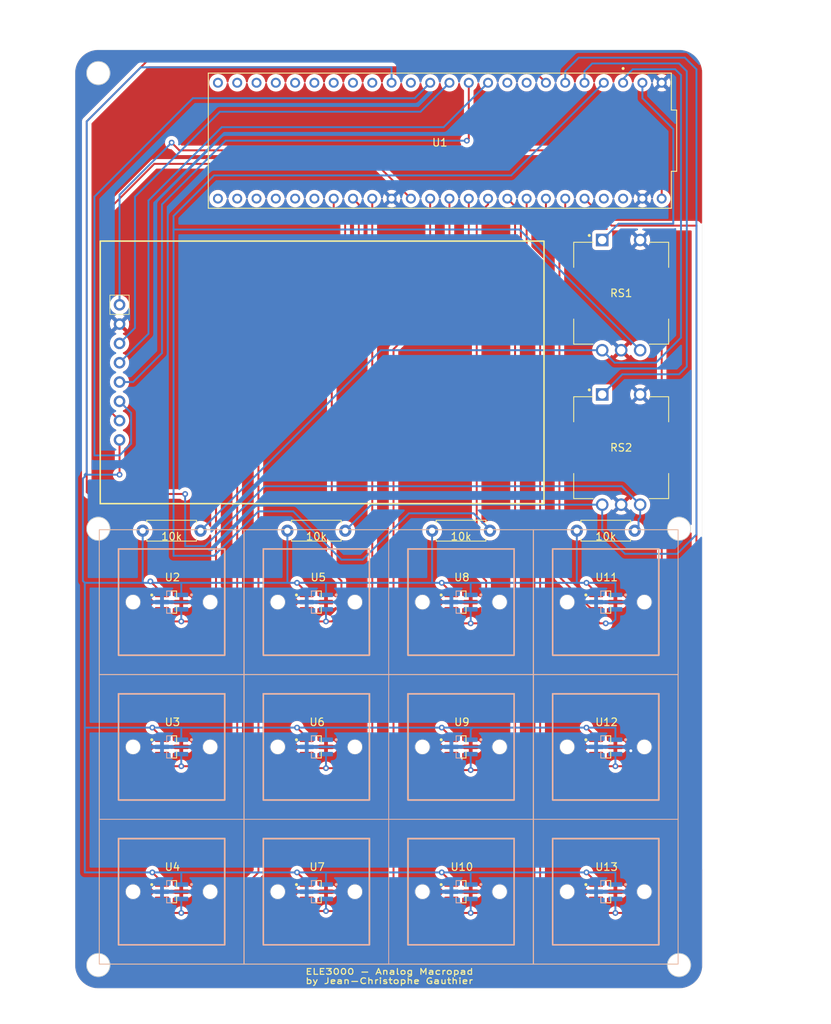
<source format=kicad_pcb>
(kicad_pcb (version 20221018) (generator pcbnew)
  (title_block (title "analog macropad") (rev "v01"))
  (layers (0 "F.Cu" signal) (31 "B.Cu" signal) (34 "B.Paste" user) (35 "F.Paste" user) (36 "B.SilkS" user "B.Silkscreen") (37 "F.SilkS" user "F.Silkscreen") (38 "B.Mask" user) (39 "F.Mask" user) (44 "Edge.Cuts" user))
  (net 0 "")
  (net 1 "CLK1")
  (net 2 "3.3V")
  (net 3 "CLK2")
  (net 4 "DT1")
  (net 5 "DT2")
  (net 6 "GND")
  (net 7 "SW1")
  (net 8 "SW2")
  (net 9 "5V")
  (net 12 "RST")
  (net 13 "DC")
  (net 14 "CS")
  (net 17 "SCK")
  (net 18 "A0")
  (net 19 "A1")
  (net 20 "A2")
  (net 21 "A3")
  (net 22 "A4")
  (net 23 "A5")
  (net 24 "A6")
  (net 25 "A7")
  (net 26 "A8")
  (net 29 "SDA")
  (net 43 "A15")
  (net 44 "A16")
  (net 45 "A17")
  (footprint "analog-macropad:rotary encoder" (layer "F.Cu") (at 170.18 64.008)
    (fp_text reference "RS1")
    (fp_text value "~")
  )
  (footprint "Resistor_THT:R_Axial_DIN0207_L6.3mm_D2.5mm_P7.62mm_Horizontal" (layer "F.Cu") (at 152.908 95.25 180)
    (fp_text reference "10k")
    (fp_text value "10k")
  )
  (footprint "analog-macropad:hall sensor" (layer "F.Cu") (at 149.098 104.648)
    (fp_text reference "U8")
    (fp_text value "hall-effect sensor")
    (fp_circle (center -5.08 0) (end -4.9022 -0.9398) (stroke (width 0.05)) (fill none) (layer "Edge.Cuts"))
    (fp_circle (center 5.08 0) (end 5.2578 -0.9398) (stroke (width 0.05)) (fill none) (layer "Edge.Cuts"))
  )
  (footprint "analog-macropad:hall sensor" (layer "F.Cu") (at 168.148 142.748)
    (fp_text reference "U13")
    (fp_text value "hall-effect sensor")
    (fp_circle (center -5.08 0) (end -4.9022 -0.9398) (stroke (width 0.05)) (fill none) (layer "Edge.Cuts"))
    (fp_circle (center 5.08 0) (end 5.2578 -0.9398) (stroke (width 0.05)) (fill none) (layer "Edge.Cuts"))
  )
  (footprint "analog-macropad:hall sensor" (layer "F.Cu") (at 130.048 142.748)
    (fp_text reference "U7")
    (fp_text value "hall-effect sensor")
    (fp_circle (center -5.08 0) (end -4.9022 -0.9398) (stroke (width 0.05)) (fill none) (layer "Edge.Cuts"))
    (fp_circle (center 5.08 0) (end 5.2578 -0.9398) (stroke (width 0.05)) (fill none) (layer "Edge.Cuts"))
  )
  (footprint "analog-macropad:rotary encoder" (layer "F.Cu") (at 170.18 84.328)
    (fp_text reference "RS2")
    (fp_text value "~")
  )
  (footprint "analog-macropad:hall sensor" (layer "F.Cu") (at 110.998 123.698)
    (fp_text reference "U3")
    (fp_text value "hall-effect sensor")
    (fp_circle (center -5.08 0) (end -4.9022 -0.9398) (stroke (width 0.05)) (fill none) (layer "Edge.Cuts"))
    (fp_circle (center 5.08 0) (end 5.2578 -0.9398) (stroke (width 0.05)) (fill none) (layer "Edge.Cuts"))
  )
  (footprint "analog-macropad:hall sensor" (layer "F.Cu") (at 149.098 142.748)
    (fp_text reference "U10")
    (fp_text value "hall-effect sensor")
    (fp_circle (center -5.08 0) (end -4.9022 -0.9398) (stroke (width 0.05)) (fill none) (layer "Edge.Cuts"))
    (fp_circle (center 5.08 0) (end 5.2578 -0.9398) (stroke (width 0.05)) (fill none) (layer "Edge.Cuts"))
  )
  (footprint "analog-macropad:hall sensor" (layer "F.Cu") (at 149.098 123.698)
    (fp_text reference "U9")
    (fp_text value "hall-effect sensor")
    (fp_circle (center -5.08 0) (end -4.9022 -0.9398) (stroke (width 0.05)) (fill none) (layer "Edge.Cuts"))
    (fp_circle (center 5.08 0) (end 5.2578 -0.9398) (stroke (width 0.05)) (fill none) (layer "Edge.Cuts"))
  )
  (footprint "analog-macropad:Teensy 4.1" (layer "F.Cu") (at 146.304 43.942 180)
    (fp_text reference "U1")
    (fp_text value "Teensy 4.1")
  )
  (footprint "Resistor_THT:R_Axial_DIN0207_L6.3mm_D2.5mm_P7.62mm_Horizontal" (layer "F.Cu") (at 114.808 95.25 180)
    (fp_text reference "10k")
    (fp_text value "10k")
  )
  (footprint "analog-macropad:hall sensor" (layer "F.Cu") (at 168.148 123.698)
    (fp_text reference "U12")
    (fp_text value "hall-effect sensor")
    (fp_circle (center -5.08 0) (end -4.9022 -0.9398) (stroke (width 0.05)) (fill none) (layer "Edge.Cuts"))
    (fp_circle (center 5.08 0) (end 5.2578 -0.9398) (stroke (width 0.05)) (fill none) (layer "Edge.Cuts"))
  )
  (footprint "analog-macropad:ST7735" (layer "F.Cu") (at 132.08 74.422)
    (fp_text reference "U14" hide)
    (fp_text value "~")
  )
  (footprint "Resistor_THT:R_Axial_DIN0207_L6.3mm_D2.5mm_P7.62mm_Horizontal" (layer "F.Cu") (at 133.858 95.25 180)
    (fp_text reference "10k")
    (fp_text value "10k")
  )
  (footprint "analog-macropad:hall sensor" (layer "F.Cu") (at 110.999 104.648)
    (fp_text reference "U2")
    (fp_text value "hall-effect sensor")
    (fp_circle (center -5.08 0) (end -4.9022 -0.9398) (stroke (width 0.05)) (fill none) (layer "Edge.Cuts"))
    (fp_circle (center 5.08 0) (end 5.2578 -0.9398) (stroke (width 0.05)) (fill none) (layer "Edge.Cuts"))
  )
  (footprint "analog-macropad:hall sensor" (layer "F.Cu") (at 110.998 142.748)
    (fp_text reference "U4")
    (fp_text value "hall-effect sensor")
    (fp_circle (center -5.08 0) (end -4.9022 -0.9398) (stroke (width 0.05)) (fill none) (layer "Edge.Cuts"))
    (fp_circle (center 5.08 0) (end 5.2578 -0.9398) (stroke (width 0.05)) (fill none) (layer "Edge.Cuts"))
  )
  (footprint "analog-macropad:hall sensor" (layer "F.Cu") (at 130.048 123.698)
    (fp_text reference "U6")
    (fp_text value "hall-effect sensor")
    (fp_circle (center -5.08 0) (end -4.9022 -0.9398) (stroke (width 0.05)) (fill none) (layer "Edge.Cuts"))
    (fp_circle (center 5.08 0) (end 5.2578 -0.9398) (stroke (width 0.05)) (fill none) (layer "Edge.Cuts"))
  )
  (footprint "Resistor_THT:R_Axial_DIN0207_L6.3mm_D2.5mm_P7.62mm_Horizontal" (layer "F.Cu") (at 171.958 95.25 180)
    (fp_text reference "10k")
    (fp_text value "10k")
  )
  (footprint "analog-macropad:hall sensor" (layer "F.Cu") (at 168.148 104.648)
    (fp_text reference "U11")
    (fp_text value "hall-effect sensor")
    (fp_circle (center -5.08 0) (end -4.9022 -0.9398) (stroke (width 0.05)) (fill none) (layer "Edge.Cuts"))
    (fp_circle (center 5.08 0) (end 5.2578 -0.9398) (stroke (width 0.05)) (fill none) (layer "Edge.Cuts"))
  )
  (footprint "analog-macropad:hall sensor" (layer "F.Cu") (at 130.048 104.648)
    (fp_text reference "U5")
    (fp_text value "hall-effect sensor")
    (fp_circle (center -5.08 0) (end -4.9022 -0.9398) (stroke (width 0.05)) (fill none) (layer "Edge.Cuts"))
    (fp_circle (center 5.08 0) (end 5.2578 -0.9398) (stroke (width 0.05)) (fill none) (layer "Edge.Cuts"))
  )
  (gr_line (start 101.346 155.448) (end 177.8 155.448) (stroke (width 0.0254)) (layer "Edge.Cuts"))
  (gr_circle (center 101.346 35.052) (end 101.346 33.528) (stroke (width 0.1)) (fill none) (layer "Edge.Cuts"))
  (gr_arc (start 101.346 155.448) (mid 99.190738 154.555262) (end 98.298 152.4) (stroke (width 0.0254)) (layer "Edge.Cuts"))
  (gr_line (start 101.346 32.004) (end 177.799999 32.004001) (stroke (width 0.0254)) (layer "Edge.Cuts"))
  (gr_circle (center 177.8 94.996) (end 177.8 93.472) (stroke (width 0.1)) (fill none) (layer "Edge.Cuts"))
  (gr_circle (center 177.8 152.4) (end 177.8 150.876) (stroke (width 0.1)) (fill none) (layer "Edge.Cuts"))
  (gr_circle (center 101.346 94.996) (end 101.346 93.472) (stroke (width 0.1)) (fill none) (layer "Edge.Cuts"))
  (gr_arc (start 180.848 152.4) (mid 179.955262 154.555262) (end 177.8 155.448) (stroke (width 0.0254)) (layer "Edge.Cuts"))
  (gr_line (start 180.848 152.4) (end 180.847999 35.052001) (stroke (width 0.0254)) (layer "Edge.Cuts"))
  (gr_arc (start 98.298 35.052) (mid 99.190738 32.896738) (end 101.346 32.004) (stroke (width 0.0254)) (layer "Edge.Cuts"))
  (gr_circle (center 101.346 152.4) (end 101.346 150.876) (stroke (width 0.1)) (fill none) (layer "Edge.Cuts"))
  (gr_line (start 98.298 35.052) (end 98.298 152.4) (stroke (width 0.0254)) (layer "Edge.Cuts"))
  (gr_arc (start 177.799999 32.004001) (mid 179.955261 32.896739) (end 180.847999 35.052001) (stroke (width 0.0254)) (layer "Edge.Cuts"))
  (gr_text "V01" (at 151.13 154.94) (layer "F.Cu") (effects (font (size 1.5 1.5) (thickness 0.3) bold) (justify left bottom)))
  (gr_text "ELE3000 - Analog Macropad\nby Jean-Christophe Gauthier" (at 128.524 154.94) (layer "F.SilkS") (effects (font (size 0.762 1)) (justify left bottom)))
  (segment (start 167.68 71.508) (end 138.55 71.508) (width 0.254) (layer "B.Cu") (net 1))
  (segment (start 178.054 69.85) (end 178.054 35.306) (width 0.254) (layer "B.Cu") (net 1))
  (segment (start 170.434 35.814) (end 170.434 36.322) (width 0.254) (layer "B.Cu") (net 1))
  (segment (start 178.054 35.306) (end 177.292 34.544) (width 0.254) (layer "B.Cu") (net 1))
  (segment (start 171.704 34.544) (end 170.434 35.814) (width 0.254) (layer "B.Cu") (net 1))
  (segment (start 174.752 73.152) (end 178.054 69.85) (width 0.254) (layer "B.Cu") (net 1))
  (segment (start 138.55 71.508) (end 114.808 95.25) (width 0.254) (layer "B.Cu") (net 1))
  (segment (start 169.324 73.152) (end 174.752 73.152) (width 0.254) (layer "B.Cu") (net 1))
  (segment (start 177.292 34.544) (end 171.704 34.544) (width 0.254) (layer "B.Cu") (net 1))
  (segment (start 167.68 71.508) (end 169.324 73.152) (width 0.254) (layer "B.Cu") (net 1))
  (segment (start 129.033 141.733) (end 127.508 140.208) (width 0.254) (layer "F.Cu") (net 2))
  (segment (start 129.033 103.698) (end 129.033 103.633) (width 0.254) (layer "F.Cu") (net 2))
  (segment (start 148.083 141.798) (end 148.083 141.733) (width 0.254) (layer "F.Cu") (net 2))
  (segment (start 148.083 122.748) (end 148.083 122.683) (width 0.254) (layer "F.Cu") (net 2))
  (segment (start 109.983 141.733) (end 108.458 140.208) (width 0.254) (layer "F.Cu") (net 2))
  (segment (start 109.983 141.798) (end 109.983 141.733) (width 0.254) (layer "F.Cu") (net 2))
  (segment (start 166.8783 141.798) (end 166.8783 141.4783) (width 0.254) (layer "F.Cu") (net 2))
  (segment (start 129.033 103.633) (end 127.508 102.108) (width 0.254) (layer "F.Cu") (net 2))
  (segment (start 109.983 122.683) (end 108.458 121.158) (width 0.254) (layer "F.Cu") (net 2))
  (segment (start 148.083 122.683) (end 146.558 121.158) (width 0.254) (layer "F.Cu") (net 2))
  (segment (start 166.8783 141.4783) (end 165.608 140.208) (width 0.254) (layer "F.Cu") (net 2))
  (segment (start 104.14 83.312) (end 104.14 87.884) (width 0.254) (layer "F.Cu") (net 2))
  (segment (start 109.984 103.698) (end 108.204 101.918) (width 0.254) (layer "F.Cu") (net 2))
  (segment (start 166.8783 103.698) (end 166.8783 103.3783) (width 0.254) (layer "F.Cu") (net 2))
  (segment (start 129.033 122.748) (end 129.033 122.683) (width 0.254) (layer "F.Cu") (net 2))
  (segment (start 166.8783 103.3783) (end 165.608 102.108) (width 0.254) (layer "F.Cu") (net 2))
  (segment (start 109.983 122.748) (end 109.983 122.683) (width 0.254) (layer "F.Cu") (net 2))
  (segment (start 148.083 103.698) (end 148.083 103.633) (width 0.254) (layer "F.Cu") (net 2))
  (segment (start 148.083 141.733) (end 146.558 140.208) (width 0.254) (layer "F.Cu") (net 2))
  (segment (start 129.033 122.683) (end 127.508 121.158) (width 0.254) (layer "F.Cu") (net 2))
  (segment (start 108.204 101.854) (end 108.204 101.918) (width 0.254) (layer "F.Cu") (net 2))
  (segment (start 166.8783 122.748) (end 166.8783 122.4283) (width 0.254) (layer "F.Cu") (net 2))
  (segment (start 104.14 83.312) (end 103.886 83.312) (width 0.254) (layer "F.Cu") (net 2))
  (segment (start 129.033 141.798) (end 129.033 141.733) (width 0.254) (layer "F.Cu") (net 2))
  (segment (start 148.083 103.633) (end 146.558 102.108) (width 0.254) (layer "F.Cu") (net 2))
  (segment (start 166.8783 122.4283) (end 165.608 121.158) (width 0.254) (layer "F.Cu") (net 2))
  (via (at 146.558 102.108) (size 0.762) (drill 0.381) (layers "F.Cu" "B.Cu") (net 2))
  (via (at 104.14 87.884) (size 0.762) (drill 0.381) (layers "F.Cu" "B.Cu") (net 2))
  (via (at 146.558 140.208) (size 0.762) (drill 0.381) (layers "F.Cu" "B.Cu") (net 2))
  (via (at 165.608 102.108) (size 0.762) (drill 0.381) (layers "F.Cu" "B.Cu") (net 2))
  (via (at 165.608 140.208) (size 0.762) (drill 0.381) (layers "F.Cu" "B.Cu") (net 2))
  (via (at 108.458 140.208) (size 0.762) (drill 0.381) (layers "F.Cu" "B.Cu") (net 2))
  (via (at 127.508 121.158) (size 0.762) (drill 0.381) (layers "F.Cu" "B.Cu") (net 2))
  (via (at 108.458 121.158) (size 0.762) (drill 0.381) (layers "F.Cu" "B.Cu") (net 2))
  (via (at 146.558 121.158) (size 0.762) (drill 0.381) (layers "F.Cu" "B.Cu") (net 2))
  (via (at 108.204 101.918) (size 0.762) (drill 0.381) (layers "F.Cu" "B.Cu") (net 2))
  (via (at 165.608 121.158) (size 0.762) (drill 0.381) (layers "F.Cu" "B.Cu") (net 2))
  (via (at 127.508 102.108) (size 0.762) (drill 0.381) (layers "F.Cu" "B.Cu") (net 2))
  (via (at 127.508 140.208) (size 0.762) (drill 0.381) (layers "F.Cu" "B.Cu") (net 2))
  (segment (start 112.2692 103.698) (end 112.2692 102.1092) (width 0.254) (layer "B.Cu") (net 2))
  (segment (start 169.418 102.108) (end 165.608 102.108) (width 0.254) (layer "B.Cu") (net 2))
  (segment (start 112.2682 122.748) (end 112.2682 121.1582) (width 0.254) (layer "B.Cu") (net 2))
  (segment (start 107.188 95.25) (end 107.188 102.108) (width 0.254) (layer "B.Cu") (net 2))
  (segment (start 150.368 140.208) (end 131.318 140.208) (width 0.254) (layer "B.Cu") (net 2))
  (segment (start 99.822 41.402) (end 99.822 87.63) (width 0.254) (layer "B.Cu") (net 2))
  (segment (start 150.368 102.108) (end 145.288 102.108) (width 0.254) (layer "B.Cu") (net 2))
  (segment (start 165.608 140.208) (end 150.368 140.208) (width 0.254) (layer "B.Cu") (net 2))
  (segment (start 112.268 102.108) (end 107.188 102.108) (width 0.254) (layer "B.Cu") (net 2))
  (segment (start 164.338 95.25) (end 164.338 102.108) (width 0.254) (layer "B.Cu") (net 2))
  (segment (start 106.934 34.29) (end 99.822 41.402) (width 0.254) (layer "B.Cu") (net 2))
  (segment (start 112.2682 140.2082) (end 112.268 140.208) (width 0.254) (layer "B.Cu") (net 2))
  (segment (start 108.458 121.158) (end 99.568 121.158) (width 0.254) (layer "B.Cu") (net 2))
  (segment (start 127.508 121.158) (end 131.318 121.158) (width 0.254) (layer "B.Cu") (net 2))
  (segment (start 169.4182 141.798) (end 169.4182 140.208) (width 0.254) (layer "B.Cu") (net 2))
  (segment (start 165.608 102.108) (end 164.338 102.108) (width 0.254) (layer "B.Cu") (net 2))
  (segment (start 126.238 102.108) (end 112.268 102.108) (width 0.254) (layer "B.Cu") (net 2))
  (segment (start 145.288 102.108) (end 131.318 102.108) (width 0.254) (layer "B.Cu") (net 2))
  (segment (start 112.2682 141.798) (end 112.2682 140.2082) (width 0.254) (layer "B.Cu") (net 2))
  (segment (start 99.568 102.362) (end 99.568 121.158) (width 0.254) (layer "B.Cu") (net 2))
  (segment (start 99.314 101.854) (end 99.568 102.108) (width 0.254) (layer "B.Cu") (net 2))
  (segment (start 126.238 95.25) (end 126.238 102.108) (width 0.254) (layer "B.Cu") (net 2))
  (segment (start 99.568 102.108) (end 99.568 102.362) (width 0.254) (layer "B.Cu") (net 2))
  (segment (start 169.4182 102.1082) (end 169.418 102.108) (width 0.254) (layer "B.Cu") (net 2))
  (segment (start 150.622 121.158) (end 165.608 121.158) (width 0.254) (layer "B.Cu") (net 2))
  (segment (start 164.338 102.108) (end 150.368 102.108) (width 0.254) (layer "B.Cu") (net 2))
  (segment (start 99.822 87.63) (end 99.568 87.884) (width 0.254) (layer "B.Cu") (net 2))
  (segment (start 131.318 140.208) (end 112.522 140.208) (width 0.254) (layer "B.Cu") (net 2))
  (segment (start 169.4182 122.748) (end 169.4182 121.1582) (width 0.254) (layer "B.Cu") (net 2))
  (segment (start 150.3682 103.698) (end 150.3682 102.1082) (width 0.254) (layer "B.Cu") (net 2))
  (segment (start 169.4182 140.208) (end 165.608 140.208) (width 0.254) (layer "B.Cu") (net 2))
  (segment (start 112.2682 121.1582) (end 112.268 121.158) (width 0.254) (layer "B.Cu") (net 2))
  (segment (start 112.522 140.208) (end 99.568 140.208) (width 0.254) (layer "B.Cu") (net 2))
  (segment (start 145.288 95.25) (end 145.288 102.108) (width 0.254) (layer "B.Cu") (net 2))
  (segment (start 131.318 121.158) (end 146.558 121.158) (width 0.254) (layer "B.Cu") (net 2))
  (segment (start 99.568 87.884) (end 99.568 88.138) (width 0.254) (layer "B.Cu") (net 2))
  (segment (start 131.3182 122.748) (end 131.3182 121.1582) (width 0.254) (layer "B.Cu") (net 2))
  (segment (start 131.3182 141.798) (end 131.3182 140.2082) (width 0.254) (layer "B.Cu") (net 2))
  (segment (start 131.318 102.108) (end 126.238 102.108) (width 0.254) (layer "B.Cu") (net 2))
  (segment (start 131.3182 121.1582) (end 131.318 121.158) (width 0.254) (layer "B.Cu") (net 2))
  (segment (start 150.3682 140.2082) (end 150.368 140.208) (width 0.254) (layer "B.Cu") (net 2))
  (segment (start 99.568 140.208) (end 99.568 121.158) (width 0.254) (layer "B.Cu") (net 2))
  (segment (start 139.954 36.322) (end 139.954 34.29) (width 0.254) (layer "B.Cu") (net 2))
  (segment (start 139.954 34.29) (end 106.934 34.29) (width 0.254) (layer "B.Cu") (net 2))
  (segment (start 131.3182 102.1082) (end 131.318 102.108) (width 0.254) (layer "B.Cu") (net 2))
  (segment (start 107.188 102.108) (end 99.568 102.108) (width 0.254) (layer "B.Cu") (net 2))
  (segment (start 112.2692 102.1092) (end 112.268 102.108) (width 0.254) (layer "B.Cu") (net 2))
  (segment (start 150.3682 121.4118) (end 150.622 121.158) (width 0.254) (layer "B.Cu") (net 2))
  (segment (start 169.4182 103.698) (end 169.4182 102.1082) (width 0.254) (layer "B.Cu") (net 2))
  (segment (start 131.3182 103.698) (end 131.3182 102.1082) (width 0.254) (layer "B.Cu") (net 2))
  (segment (start 150.3682 102.1082) (end 150.368 102.108) (width 0.254) (layer "B.Cu") (net 2))
  (segment (start 169.418 121.158) (end 165.608 121.158) (width 0.254) (layer "B.Cu") (net 2))
  (segment (start 146.558 121.158) (end 150.622 121.158) (width 0.254) (layer "B.Cu") (net 2))
  (segment (start 99.568 88.138) (end 99.314 88.392) (width 0.254) (layer "B.Cu") (net 2))
  (segment (start 131.3182 140.2082) (end 131.318 140.208) (width 0.254) (layer "B.Cu") (net 2))
  (segment (start 99.314 88.392) (end 99.314 101.854) (width 0.254) (layer "B.Cu") (net 2))
  (segment (start 112.268 121.158) (end 108.458 121.158) (width 0.254) (layer "B.Cu") (net 2))
  (segment (start 127.508 121.158) (end 112.268 121.158) (width 0.254) (layer "B.Cu") (net 2))
  (segment (start 169.4182 121.1582) (end 169.418 121.158) (width 0.254) (layer "B.Cu") (net 2))
  (segment (start 150.3682 141.798) (end 150.3682 140.2082) (width 0.254) (layer "B.Cu") (net 2))
  (segment (start 150.3682 122.748) (end 150.3682 121.4118) (width 0.254) (layer "B.Cu") (net 2))
  (segment (start 104.14 87.884) (end 99.568 87.884) (width 0.254) (layer "B.Cu") (net 2))
  (segment (start 162.814 34.798) (end 162.814 36.322) (width 0.254) (layer "B.Cu") (net 3))
  (segment (start 180.086 34.544) (end 178.562 33.02) (width 0.254) (layer "B.Cu") (net 3))
  (segment (start 137.28 91.828) (end 167.68 91.828) (width 0.254) (layer "B.Cu") (net 3))
  (segment (start 164.592 33.02) (end 162.814 34.798) (width 0.254) (layer "B.Cu") (net 3))
  (segment (start 180.086 95.758) (end 180.086 34.544) (width 0.254) (layer "B.Cu") (net 3))
  (segment (start 177.546 98.298) (end 180.086 95.758) (width 0.254) (layer "B.Cu") (net 3))
  (segment (start 167.68 95.21) (end 167.64 95.25) (width 0.254) (layer "B.Cu") (net 3))
  (segment (start 133.858 95.25) (end 137.28 91.828) (width 0.254) (layer "B.Cu") (net 3))
  (segment (start 167.68 91.828) (end 167.68 95.21) (width 0.254) (layer "B.Cu") (net 3))
  (segment (start 167.64 95.25) (end 170.688 98.298) (width 0.254) (layer "B.Cu") (net 3))
  (segment (start 178.562 33.02) (end 164.592 33.02) (width 0.254) (layer "B.Cu") (net 3))
  (segment (start 170.688 98.298) (end 177.546 98.298) (width 0.254) (layer "B.Cu") (net 3))
  (segment (start 156.798 55.626) (end 111.252 55.626) (width 0.254) (layer "B.Cu") (net 4))
  (segment (start 155.702 48.514) (end 167.894 36.322) (width 0.254) (layer "B.Cu") (net 4))
  (segment (start 111.252 53.848) (end 116.586 48.514) (width 0.254) (layer "B.Cu") (net 4))
  (segment (start 111.252 55.626) (end 111.252 98.552) (width 0.254) (layer "B.Cu") (net 4))
  (segment (start 127 92.71) (end 133.35 99.06) (width 0.254) (layer "B.Cu") (net 4))
  (segment (start 111.252 55.626) (end 111.252 53.848) (width 0.254) (layer "B.Cu") (net 4))
  (segment (start 152.908 95.123) (end 152.908 95.25) (width 0.254) (layer "B.Cu") (net 4))
  (segment (start 150.749 92.964) (end 152.908 95.123) (width 0.254) (layer "B.Cu") (net 4))
  (segment (start 142.24 92.964) (end 150.749 92.964) (width 0.254) (layer "B.Cu") (net 4))
  (segment (start 116.586 98.552) (end 122.428 92.71) (width 0.254) (layer "B.Cu") (net 4))
  (segment (start 133.35 99.06) (end 136.144 99.06) (width 0.254) (layer "B.Cu") (net 4))
  (segment (start 111.252 98.552) (end 116.586 98.552) (width 0.254) (layer "B.Cu") (net 4))
  (segment (start 136.144 99.06) (end 142.24 92.964) (width 0.254) (layer "B.Cu") (net 4))
  (segment (start 172.68 71.508) (end 156.798 55.626) (width 0.254) (layer "B.Cu") (net 4))
  (segment (start 116.586 48.514) (end 155.702 48.514) (width 0.254) (layer "B.Cu") (net 4))
  (segment (start 122.428 92.71) (end 127 92.71) (width 0.254) (layer "B.Cu") (net 4))
  (segment (start 112.776 90.424) (end 100.076 90.424) (width 0.254) (layer "F.Cu") (net 5))
  (segment (start 99.822 90.17) (end 99.822 41.402) (width 0.254) (layer "F.Cu") (net 5))
  (segment (start 107.696 33.528) (end 157.48 33.528) (width 0.254) (layer "F.Cu") (net 5))
  (segment (start 157.48 33.528) (end 160.274 36.322) (width 0.254) (layer "F.Cu") (net 5))
  (segment (start 100.076 90.424) (end 99.822 90.17) (width 0.254) (layer "F.Cu") (net 5))
  (segment (start 99.822 41.402) (end 107.696 33.528) (width 0.254) (layer "F.Cu") (net 5))
  (via (at 112.776 90.424) (size 0.762) (drill 0.381) (layers "F.Cu" "B.Cu") (net 5))
  (segment (start 123.259537 89.408) (end 115.385537 97.282) (width 0.254) (layer "B.Cu") (net 5))
  (segment (start 172.466 94.742) (end 172.466 93.726) (width 0.254) (layer "B.Cu") (net 5))
  (segment (start 171.958 95.25) (end 172.466 94.742) (width 0.254) (layer "B.Cu") (net 5))
  (segment (start 170.26 89.408) (end 123.259537 89.408) (width 0.254) (layer "B.Cu") (net 5))
  (segment (start 115.385537 97.282) (end 112.776 97.282) (width 0.254) (layer "B.Cu") (net 5))
  (segment (start 172.466 93.726) (end 172.68 93.512) (width 0.254) (layer "B.Cu") (net 5))
  (segment (start 172.68 93.512) (end 172.68 91.828) (width 0.254) (layer "B.Cu") (net 5))
  (segment (start 112.776 97.282) (end 112.776 90.424) (width 0.254) (layer "B.Cu") (net 5))
  (segment (start 172.68 91.828) (end 170.26 89.408) (width 0.254) (layer "B.Cu") (net 5))
  (segment (start 170.942 123.698) (end 171.45 124.206) (width 0.254) (layer "F.Cu") (net 6))
  (segment (start 169.4177 123.698) (end 170.942 123.698) (width 0.254) (layer "F.Cu") (net 6))
  (via (at 171.45 124.206) (size 0.762) (drill 0.381) (layers "F.Cu" "B.Cu") (net 6))
  (segment (start 169.672 128.27) (end 162.3068 128.27) (width 0.254) (layer "B.Cu") (net 6))
  (segment (start 162.3068 126.9992) (end 162.3068 128.27) (width 0.254) (layer "B.Cu") (net 6))
  (segment (start 171.45 124.206) (end 171.45 126.492) (width 0.254) (layer "B.Cu") (net 6))
  (segment (start 171.45 126.492) (end 169.672 128.27) (width 0.254) (layer "B.Cu") (net 6))
  (segment (start 162.3068 128.27) (end 147.828 128.27) (width 0.254) (layer "B.Cu") (net 6))
  (segment (start 147.828 128.27) (end 147.8288 128.2692) (width 0.254) (layer "B.Cu") (net 6))
  (segment (start 147.8288 128.2692) (end 147.8288 123.698) (width 0.254) (layer "B.Cu") (net 6))
  (segment (start 166.8788 123.698) (end 165.608 123.698) (width 0.254) (layer "B.Cu") (net 6))
  (segment (start 165.608 123.698) (end 162.3068 126.9992) (width 0.254) (layer "B.Cu") (net 6))
  (segment (start 172.974 38.354) (end 172.974 36.322) (width 0.254) (layer "B.Cu") (net 7))
  (segment (start 169.824 54.864) (end 177.038 54.864) (width 0.254) (layer "B.Cu") (net 7))
  (segment (start 177.038 54.864) (end 177.038 42.418) (width 0.254) (layer "B.Cu") (net 7))
  (segment (start 167.68 57.008) (end 169.824 54.864) (width 0.254) (layer "B.Cu") (net 7))
  (segment (start 177.038 42.418) (end 172.974 38.354) (width 0.254) (layer "B.Cu") (net 7))
  (segment (start 170.332 74.676) (end 177.8 74.676) (width 0.254) (layer "B.Cu") (net 8))
  (segment (start 178.816 73.66) (end 178.816 34.798) (width 0.254) (layer "B.Cu") (net 8))
  (segment (start 178.816 34.798) (end 177.8 33.782) (width 0.254) (layer "B.Cu") (net 8))
  (segment (start 177.8 74.676) (end 178.816 73.66) (width 0.254) (layer "B.Cu") (net 8))
  (segment (start 167.68 77.328) (end 167.822 77.47) (width 0.254) (layer "B.Cu") (net 8))
  (segment (start 166.37 33.782) (end 165.354 34.798) (width 0.254) (layer "B.Cu") (net 8))
  (segment (start 167.822 77.47) (end 167.894 77.47) (width 0.254) (layer "B.Cu") (net 8))
  (segment (start 177.8 33.782) (end 166.37 33.782) (width 0.254) (layer "B.Cu") (net 8))
  (segment (start 165.354 34.798) (end 165.354 36.322) (width 0.254) (layer "B.Cu") (net 8))
  (segment (start 167.68 77.328) (end 170.332 74.676) (width 0.254) (layer "B.Cu") (net 8))
  (segment (start 112.014 45.212) (end 172.974 45.212) (width 0.254) (layer "F.Cu") (net 9))
  (segment (start 175.514 47.752) (end 175.514 51.562) (width 0.254) (layer "F.Cu") (net 9))
  (segment (start 172.974 45.212) (end 175.514 47.752) (width 0.254) (layer "F.Cu") (net 9))
  (segment (start 110.998 44.196) (end 112.014 45.212) (width 0.254) (layer "F.Cu") (net 9))
  (via (at 110.998 44.196) (size 0.762) (drill 0.381) (layers "F.Cu" "B.Cu") (net 9))
  (segment (start 104.14 65.532) (end 104.14 51.054) (width 0.254) (layer "B.Cu") (net 9))
  (segment (start 104.14 51.054) (end 110.998 44.196) (width 0.254) (layer "B.Cu") (net 9))
  (segment (start 146.812 42.164) (end 117.602 42.164) (width 0.254) (layer "B.Cu") (net 12))
  (segment (start 117.602 42.164) (end 107.95 51.816) (width 0.254) (layer "B.Cu") (net 12))
  (segment (start 107.95 51.816) (end 107.95 69.342) (width 0.254) (layer "B.Cu") (net 12))
  (segment (start 152.654 36.322) (end 146.812 42.164) (width 0.254) (layer "B.Cu") (net 12))
  (segment (start 107.95 69.342) (end 104.14 73.152) (width 0.254) (layer "B.Cu") (net 12))
  (segment (start 150.114 36.322) (end 150.114 43.688) (width 0.254) (layer "F.Cu") (net 13))
  (segment (start 150.114 43.688) (end 149.86 43.942) (width 0.254) (layer "F.Cu") (net 13))
  (via (at 149.86 43.942) (size 0.762) (drill 0.381) (layers "F.Cu" "B.Cu") (net 13))
  (segment (start 109.728 52.324) (end 118.11 43.942) (width 0.254) (layer "B.Cu") (net 13))
  (segment (start 109.728 71.882) (end 109.728 52.324) (width 0.254) (layer "B.Cu") (net 13))
  (segment (start 105.918 75.692) (end 109.728 71.882) (width 0.254) (layer "B.Cu") (net 13))
  (segment (start 118.11 43.942) (end 149.86 43.942) (width 0.254) (layer "B.Cu") (net 13))
  (segment (start 104.14 75.692) (end 105.918 75.692) (width 0.254) (layer "B.Cu") (net 13))
  (segment (start 106.172 51.308) (end 117.348 40.132) (width 0.254) (layer "B.Cu") (net 14))
  (segment (start 117.348 40.132) (end 143.764 40.132) (width 0.254) (layer "B.Cu") (net 14))
  (segment (start 104.14 70.612) (end 106.172 68.58) (width 0.254) (layer "B.Cu") (net 14))
  (segment (start 106.172 68.58) (end 106.172 51.308) (width 0.254) (layer "B.Cu") (net 14))
  (segment (start 143.764 40.132) (end 147.574 36.322) (width 0.254) (layer "B.Cu") (net 14))
  (segment (start 108.712 46.99) (end 137.922 46.99) (width 0.254) (layer "F.Cu") (net 17))
  (segment (start 102.362 78.994) (end 102.362 53.34) (width 0.254) (layer "F.Cu") (net 17))
  (segment (start 104.14 80.772) (end 102.362 78.994) (width 0.254) (layer "F.Cu") (net 17))
  (segment (start 102.362 53.34) (end 108.712 46.99) (width 0.254) (layer "F.Cu") (net 17))
  (segment (start 137.922 46.99) (end 142.494 51.562) (width 0.254) (layer "F.Cu") (net 17))
  (segment (start 129.032 106.68) (end 129.032 105.599) (width 0.254) (layer "F.Cu") (net 18))
  (segment (start 132.08 107.188) (end 131.318 107.188) (width 0.254) (layer "F.Cu") (net 18))
  (segment (start 132.08 100.584) (end 133.35 101.854) (width 0.254) (layer "F.Cu") (net 18))
  (segment (start 129.54 107.188) (end 129.032 106.68) (width 0.254) (layer "F.Cu") (net 18))
  (segment (start 129.032 105.599) (end 129.033 105.598) (width 0.254) (layer "F.Cu") (net 18))
  (segment (start 145.034 59.944) (end 132.08 72.898) (width 0.254) (layer "F.Cu") (net 18))
  (segment (start 133.35 105.918) (end 132.08 107.188) (width 0.254) (layer "F.Cu") (net 18))
  (segment (start 145.034 51.562) (end 145.034 59.944) (width 0.254) (layer "F.Cu") (net 18))
  (segment (start 132.08 72.898) (end 132.08 100.584) (width 0.254) (layer "F.Cu") (net 18))
  (segment (start 133.35 101.854) (end 133.35 105.918) (width 0.254) (layer "F.Cu") (net 18))
  (segment (start 131.318 107.188) (end 129.54 107.188) (width 0.254) (layer "F.Cu") (net 18))
  (via (at 131.318 107.188) (size 0.762) (drill 0.381) (layers "F.Cu" "B.Cu") (net 18))
  (segment (start 131.3182 107.1878) (end 131.318 107.188) (width 0.254) (layer "B.Cu") (net 18))
  (segment (start 131.3182 105.598) (end 131.3182 107.1878) (width 0.254) (layer "B.Cu") (net 18))
  (segment (start 130.3355 126.492) (end 129.033 125.1895) (width 0.254) (layer "F.Cu") (net 19))
  (segment (start 135.382 126.492) (end 131.318 126.492) (width 0.254) (layer "F.Cu") (net 19))
  (segment (start 129.033 125.1895) (end 129.033 124.648) (width 0.254) (layer "F.Cu") (net 19))
  (segment (start 137.414 70.612) (end 137.414 124.46) (width 0.254) (layer "F.Cu") (net 19))
  (segment (start 147.574 60.452) (end 137.414 70.612) (width 0.254) (layer "F.Cu") (net 19))
  (segment (start 147.574 51.562) (end 147.574 60.452) (width 0.254) (layer "F.Cu") (net 19))
  (segment (start 137.414 124.46) (end 135.382 126.492) (width 0.254) (layer "F.Cu") (net 19))
  (segment (start 131.318 126.492) (end 130.3355 126.492) (width 0.254) (layer "F.Cu") (net 19))
  (via (at 131.318 126.492) (size 0.762) (drill 0.381) (layers "F.Cu" "B.Cu") (net 19))
  (segment (start 131.3182 124.648) (end 131.3182 126.4918) (width 0.254) (layer "B.Cu") (net 19))
  (segment (start 131.3182 126.4918) (end 131.318 126.492) (width 0.254) (layer "B.Cu") (net 19))
  (segment (start 140.208 71.374) (end 140.208 141.224) (width 0.254) (layer "F.Cu") (net 20))
  (segment (start 136.144 145.288) (end 131.318 145.288) (width 0.254) (layer "F.Cu") (net 20))
  (segment (start 129.033 144.273) (end 129.033 143.698) (width 0.254) (layer "F.Cu") (net 20))
  (segment (start 131.318 145.288) (end 130.048 145.288) (width 0.254) (layer "F.Cu") (net 20))
  (segment (start 130.048 145.288) (end 129.033 144.273) (width 0.254) (layer "F.Cu") (net 20))
  (segment (start 150.114 51.562) (end 150.114 61.468) (width 0.254) (layer "F.Cu") (net 20))
  (segment (start 150.114 61.468) (end 140.208 71.374) (width 0.254) (layer "F.Cu") (net 20))
  (segment (start 140.208 141.224) (end 136.144 145.288) (width 0.254) (layer "F.Cu") (net 20))
  (via (at 131.318 145.288) (size 0.762) (drill 0.381) (layers "F.Cu" "B.Cu") (net 20))
  (segment (start 131.3182 143.698) (end 131.3182 145.2878) (width 0.254) (layer "B.Cu") (net 20))
  (segment (start 131.3182 145.2878) (end 131.318 145.288) (width 0.254) (layer "B.Cu") (net 20))
  (segment (start 151.158807 100.612807) (end 152.4 101.854) (width 0.254) (layer "F.Cu") (net 21))
  (segment (start 152.4 101.854) (end 152.4 106.426) (width 0.254) (layer "F.Cu") (net 21))
  (segment (start 148.083 106.173) (end 148.083 105.598) (width 0.254) (layer "F.Cu") (net 21))
  (segment (start 152.654 52.324) (end 151.158807 53.819193) (width 0.254) (layer "F.Cu") (net 21))
  (segment (start 149.352 107.442) (end 148.083 106.173) (width 0.254) (layer "F.Cu") (net 21))
  (segment (start 152.4 106.426) (end 151.384 107.442) (width 0.254) (layer "F.Cu") (net 21))
  (segment (start 151.158807 53.819193) (end 151.158807 100.612807) (width 0.254) (layer "F.Cu") (net 21))
  (segment (start 152.654 51.562) (end 152.654 52.324) (width 0.254) (layer "F.Cu") (net 21))
  (segment (start 151.384 107.442) (end 150.368 107.442) (width 0.254) (layer "F.Cu") (net 21))
  (segment (start 150.368 107.442) (end 149.352 107.442) (width 0.254) (layer "F.Cu") (net 21))
  (via (at 150.368 107.442) (size 0.762) (drill 0.381) (layers "F.Cu" "B.Cu") (net 21))
  (segment (start 150.3682 105.598) (end 150.3682 107.4418) (width 0.254) (layer "B.Cu") (net 21))
  (segment (start 150.3682 107.4418) (end 150.368 107.442) (width 0.254) (layer "B.Cu") (net 21))
  (segment (start 154.178 126.746) (end 150.368 126.746) (width 0.254) (layer "F.Cu") (net 22))
  (segment (start 156.21 52.578) (end 156.21 124.714) (width 0.254) (layer "F.Cu") (net 22))
  (segment (start 156.21 124.714) (end 154.178 126.746) (width 0.254) (layer "F.Cu") (net 22))
  (segment (start 149.098 126.746) (end 148.657 126.305) (width 0.254) (layer "F.Cu") (net 22))
  (segment (start 148.657 125.222) (end 148.083 124.648) (width 0.254) (layer "F.Cu") (net 22))
  (segment (start 155.194 51.562) (end 156.21 52.578) (width 0.254) (layer "F.Cu") (net 22))
  (segment (start 148.657 126.305) (end 148.657 125.222) (width 0.254) (layer "F.Cu") (net 22))
  (segment (start 150.368 126.746) (end 149.098 126.746) (width 0.254) (layer "F.Cu") (net 22))
  (via (at 150.368 126.746) (size 0.762) (drill 0.381) (layers "F.Cu" "B.Cu") (net 22))
  (segment (start 150.3682 126.7458) (end 150.368 126.746) (width 0.254) (layer "B.Cu") (net 22))
  (segment (start 150.3682 124.648) (end 150.3682 126.7458) (width 0.254) (layer "B.Cu") (net 22))
  (segment (start 159.512 141.478) (end 155.448 145.542) (width 0.254) (layer "F.Cu") (net 23))
  (segment (start 155.448 145.542) (end 150.368 145.542) (width 0.254) (layer "F.Cu") (net 23))
  (segment (start 157.734 51.562) (end 157.734 58.166) (width 0.254) (layer "F.Cu") (net 23))
  (segment (start 157.734 58.166) (end 159.512 59.944) (width 0.254) (layer "F.Cu") (net 23))
  (segment (start 148.083 144.527) (end 148.083 143.698) (width 0.254) (layer "F.Cu") (net 23))
  (segment (start 150.368 145.542) (end 149.098 145.542) (width 0.254) (layer "F.Cu") (net 23))
  (segment (start 149.098 145.542) (end 148.083 144.527) (width 0.254) (layer "F.Cu") (net 23))
  (segment (start 159.512 59.944) (end 159.512 141.478) (width 0.254) (layer "F.Cu") (net 23))
  (via (at 150.368 145.542) (size 0.762) (drill 0.381) (layers "F.Cu" "B.Cu") (net 23))
  (segment (start 150.3682 145.5418) (end 150.368 145.542) (width 0.254) (layer "B.Cu") (net 23))
  (segment (start 150.3682 143.698) (end 150.3682 145.5418) (width 0.254) (layer "B.Cu") (net 23))
  (segment (start 160.274 57.15) (end 162.052 58.928) (width 0.254) (layer "F.Cu") (net 24))
  (segment (start 166.8783 106.9343) (end 166.8783 105.598) (width 0.254) (layer "F.Cu") (net 24))
  (segment (start 168.148 107.442) (end 167.386 107.442) (width 0.254) (layer "F.Cu") (net 24))
  (segment (start 166.304 105.598) (end 167.133 105.598) (width 0.254) (layer "F.Cu") (net 24))
  (segment (start 160.274 51.562) (end 160.274 57.15) (width 0.254) (layer "F.Cu") (net 24))
  (segment (start 162.052 101.346) (end 166.304 105.598) (width 0.254) (layer "F.Cu") (net 24))
  (segment (start 162.052 58.928) (end 162.052 101.346) (width 0.254) (layer "F.Cu") (net 24))
  (segment (start 167.386 107.442) (end 166.8783 106.9343) (width 0.254) (layer "F.Cu") (net 24))
  (via (at 168.148 107.442) (size 0.762) (drill 0.381) (layers "F.Cu" "B.Cu") (net 24))
  (segment (start 169.4182 106.9338) (end 169.4182 105.598) (width 0.254) (layer "B.Cu") (net 24))
  (segment (start 168.148 107.442) (end 168.91 107.442) (width 0.254) (layer "B.Cu") (net 24))
  (segment (start 168.91 107.442) (end 169.4182 106.9338) (width 0.254) (layer "B.Cu") (net 24))
  (segment (start 173.736 126.238) (end 169.418 126.238) (width 0.254) (layer "F.Cu") (net 25))
  (segment (start 169.418 126.238) (end 168.1815 126.238) (width 0.254) (layer "F.Cu") (net 25))
  (segment (start 162.814 51.562) (end 162.814 56.134) (width 0.254) (layer "F.Cu") (net 25))
  (segment (start 175.514 124.46) (end 173.736 126.238) (width 0.254) (layer "F.Cu") (net 25))
  (segment (start 175.514 68.834) (end 175.514 124.46) (width 0.254) (layer "F.Cu") (net 25))
  (segment (start 167.133 125.1895) (end 167.133 124.648) (width 0.254) (layer "F.Cu") (net 25))
  (segment (start 168.1815 126.238) (end 167.133 125.1895) (width 0.254) (layer "F.Cu") (net 25))
  (segment (start 162.814 56.134) (end 175.514 68.834) (width 0.254) (layer "F.Cu") (net 25))
  (via (at 169.418 126.238) (size 0.762) (drill 0.381) (layers "F.Cu" "B.Cu") (net 25))
  (segment (start 169.4182 126.2378) (end 169.418 126.238) (width 0.254) (layer "B.Cu") (net 25))
  (segment (start 169.4182 124.648) (end 169.4182 126.2378) (width 0.254) (layer "B.Cu") (net 25))
  (segment (start 169.418 145.542) (end 168.1815 145.542) (width 0.254) (layer "F.Cu") (net 26))
  (segment (start 180.086 139.446) (end 173.99 145.542) (width 0.254) (layer "F.Cu") (net 26))
  (segment (start 167.133 144.4935) (end 167.133 143.698) (width 0.254) (layer "F.Cu") (net 26))
  (segment (start 165.354 51.562) (end 168.91 55.118) (width 0.254) (layer "F.Cu") (net 26))
  (segment (start 168.91 55.118) (end 180.086 55.118) (width 0.254) (layer "F.Cu") (net 26))
  (segment (start 173.99 145.542) (end 169.418 145.542) (width 0.254) (layer "F.Cu") (net 26))
  (segment (start 180.086 55.118) (end 180.086 139.446) (width 0.254) (layer "F.Cu") (net 26))
  (segment (start 168.1815 145.542) (end 167.133 144.4935) (width 0.254) (layer "F.Cu") (net 26))
  (via (at 169.418 145.542) (size 0.762) (drill 0.381) (layers "F.Cu" "B.Cu") (net 26))
  (segment (start 169.4182 145.5418) (end 169.418 145.542) (width 0.254) (layer "B.Cu") (net 26))
  (segment (start 169.4182 143.698) (end 169.4182 145.5418) (width 0.254) (layer "B.Cu") (net 26))
  (segment (start 113.792 38.354) (end 143.002 38.354) (width 0.254) (layer "B.Cu") (net 29))
  (segment (start 104.14 85.344) (end 100.838 85.344) (width 0.254) (layer "B.Cu") (net 29))
  (segment (start 100.838 85.344) (end 100.838 51.308) (width 0.254) (layer "B.Cu") (net 29))
  (segment (start 104.14 78.232) (end 105.664 79.756) (width 0.254) (layer "B.Cu") (net 29))
  (segment (start 143.002 38.354) (end 145.034 36.322) (width 0.254) (layer "B.Cu") (net 29))
  (segment (start 105.664 79.756) (end 105.664 83.82) (width 0.254) (layer "B.Cu") (net 29))
  (segment (start 100.838 51.308) (end 113.792 38.354) (width 0.254) (layer "B.Cu") (net 29))
  (segment (start 105.664 83.82) (end 104.14 85.344) (width 0.254) (layer "B.Cu") (net 29))
  (segment (start 133.844333 57.390333) (end 116.84 74.394666) (width 0.254) (layer "F.Cu") (net 43))
  (segment (start 117.602 106.426) (end 116.84 107.188) (width 0.254) (layer "F.Cu") (net 43))
  (segment (start 133.844333 54.57655) (end 133.844333 57.390333) (width 0.254) (layer "F.Cu") (net 43))
  (segment (start 116.84 74.394666) (end 116.84 102.863466) (width 0.254) (layer "F.Cu") (net 43))
  (segment (start 132.334 53.066217) (end 133.844333 54.57655) (width 0.254) (layer "F.Cu") (net 43))
  (segment (start 116.84 102.863466) (end 117.602 103.625466) (width 0.254) (layer "F.Cu") (net 43))
  (segment (start 112.268 107.188) (end 111.032 107.188) (width 0.254) (layer "F.Cu") (net 43))
  (segment (start 116.84 107.188) (end 112.268 107.188) (width 0.254) (layer "F.Cu") (net 43))
  (segment (start 132.334 51.562) (end 132.334 53.066217) (width 0.254) (layer "F.Cu") (net 43))
  (segment (start 133.844333 57.390333) (end 133.858 57.404) (width 0.254) (layer "F.Cu") (net 43))
  (segment (start 117.602 103.625466) (end 117.602 106.426) (width 0.254) (layer "F.Cu") (net 43))
  (segment (start 109.984 106.14) (end 109.984 105.598) (width 0.254) (layer "F.Cu") (net 43))
  (segment (start 111.032 107.188) (end 109.984 106.14) (width 0.254) (layer "F.Cu") (net 43))
  (via (at 112.268 107.188) (size 0.762) (drill 0.381) (layers "F.Cu" "B.Cu") (net 43))
  (segment (start 112.2692 107.1868) (end 112.268 107.188) (width 0.254) (layer "B.Cu") (net 43))
  (segment (start 112.2692 105.598) (end 112.2692 107.1868) (width 0.254) (layer "B.Cu") (net 43))
  (segment (start 109.983 125.3165) (end 109.983 124.648) (width 0.254) (layer "F.Cu") (net 44))
  (segment (start 119.634 123.698) (end 117.094 126.238) (width 0.254) (layer "F.Cu") (net 44))
  (segment (start 135.636 52.324) (end 135.636 59.182) (width 0.254) (layer "F.Cu") (net 44))
  (segment (start 135.636 59.182) (end 119.634 75.184) (width 0.254) (layer "F.Cu") (net 44))
  (segment (start 117.094 126.238) (end 112.268 126.238) (width 0.254) (layer "F.Cu") (net 44))
  (segment (start 134.874 51.562) (end 135.636 52.324) (width 0.254) (layer "F.Cu") (net 44))
  (segment (start 110.9045 126.238) (end 109.983 125.3165) (width 0.254) (layer "F.Cu") (net 44))
  (segment (start 119.634 75.184) (end 119.634 123.698) (width 0.254) (layer "F.Cu") (net 44))
  (segment (start 112.268 126.238) (end 110.9045 126.238) (width 0.254) (layer "F.Cu") (net 44))
  (via (at 112.268 126.238) (size 0.762) (drill 0.381) (layers "F.Cu" "B.Cu") (net 44))
  (segment (start 112.2682 126.2378) (end 112.268 126.238) (width 0.254) (layer "B.Cu") (net 44))
  (segment (start 112.2682 124.648) (end 112.2682 126.2378) (width 0.254) (layer "B.Cu") (net 44))
  (segment (start 137.414 61.214) (end 122.428 76.2) (width 0.254) (layer "F.Cu") (net 45))
  (segment (start 137.414 51.562) (end 137.414 61.214) (width 0.254) (layer "F.Cu") (net 45))
  (segment (start 117.094 145.542) (end 112.268 145.542) (width 0.254) (layer "F.Cu") (net 45))
  (segment (start 122.428 76.2) (end 122.428 140.208) (width 0.254) (layer "F.Cu") (net 45))
  (segment (start 109.983 144.4935) (end 109.983 143.698) (width 0.254) (layer "F.Cu") (net 45))
  (segment (start 112.268 145.542) (end 111.0315 145.542) (width 0.254) (layer "F.Cu") (net 45))
  (segment (start 111.0315 145.542) (end 109.983 144.4935) (width 0.254) (layer "F.Cu") (net 45))
  (segment (start 122.428 140.208) (end 117.094 145.542) (width 0.254) (layer "F.Cu") (net 45))
  (via (at 112.268 145.542) (size 0.762) (drill 0.381) (layers "F.Cu" "B.Cu") (net 45))
  (segment (start 112.2682 145.5418) (end 112.268 145.542) (width 0.254) (layer "B.Cu") (net 45))
  (segment (start 112.2682 143.698) (end 112.2682 145.5418) (width 0.254) (layer "B.Cu") (net 45))
  (zone (net 6) (net_name "GND") (layers "F&B.Cu") (connect_pads (clearance 0.5)) (min_thickness 0.25) (fill yes (thermal_gap 0.5) (thermal_bridge_width 0.5))
    (polygon (pts (xy 98.044 155.702) (xy 98.044 31.75) (xy 181.102 31.75) (xy 181.102 155.702)))
  )
)
</source>
